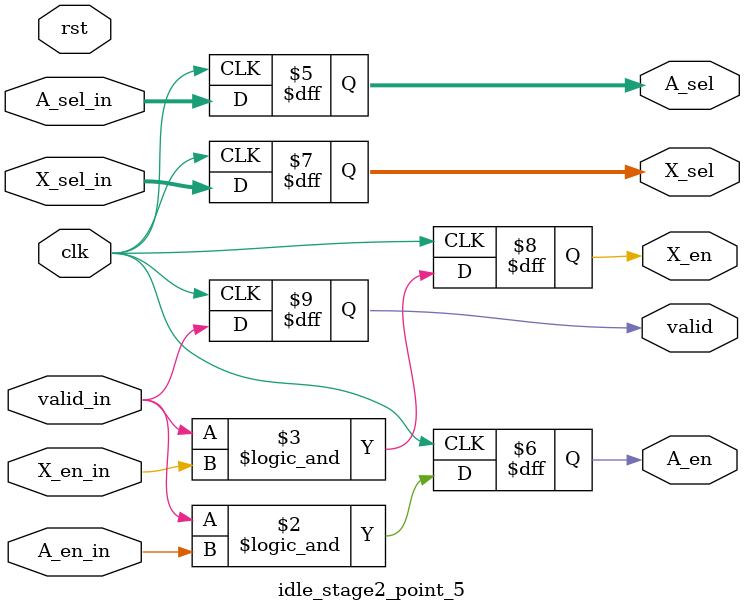
<source format=v>
/*
idle_stage2_point_5.v

This implements a (pessimistic) idle stage between stages 2 and 3

Control signals used:
none

This module will never be stalled

This module can stall stage1, and outputs these values to signal it:
our A_en
out X_en
*/


module idle_stage2_point_5(
	input wire clk,
	input wire rst,
	
	//Values from stage2
	input wire [2:0] A_sel_in,
	input wire A_en_in,
	input wire [2:0] X_sel_in,
	input wire X_en_in,
	input wire valid_in,
	
	//These are the signals used in stage3, delayed here by one cycle
	output reg [2:0] A_sel,
	output reg A_en,
	output reg [2:0] X_sel,
	output reg X_en,
	
	output reg valid = 0
	//Stall logic outputs:
	//A_en, X_en (but they're already outputs)
);

always @(posedge clk) begin
	A_sel <= A_sel_in;
	A_en <= valid_in && A_en_in;
	X_sel <= X_sel_in;
	X_en <= valid_in && X_en_in;
	valid <= valid_in;
end
endmodule
</source>
